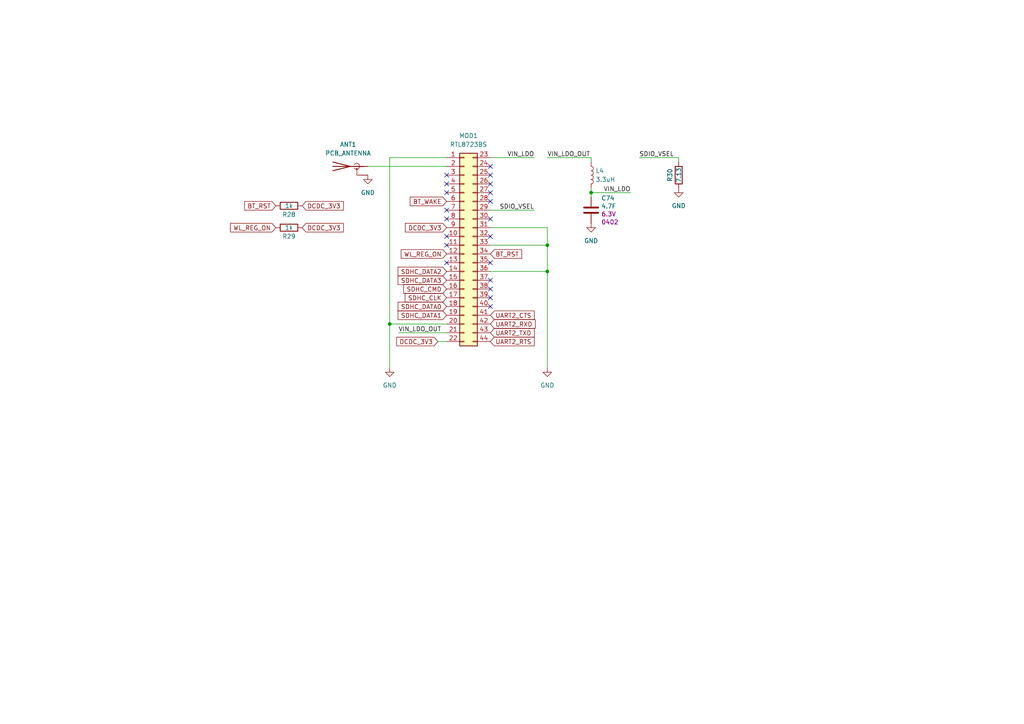
<source format=kicad_sch>
(kicad_sch (version 20211123) (generator eeschema)
  (paper "A4")
  (lib_symbols
    (symbol "Connector_Generic:Conn_02x22_Top_Bottom" (pin_names (offset 1.016) hide)
      (property "Reference" "J" (at 1.27 27.94 0))
      (property "Value" "Conn_02x22_Top_Bottom" (at 1.27 -30.48 0))
      (symbol "Conn_02x22_Top_Bottom_1_1"
        (rectangle (start -1.27 -27.813) (end 0 -28.067) (stroke (width 0.1524)))
        (rectangle (start -1.27 -25.273) (end 0 -25.527) (stroke (width 0.1524)))
        (rectangle (start -1.27 -22.733) (end 0 -22.987) (stroke (width 0.1524)))
        (rectangle (start -1.27 -20.193) (end 0 -20.447) (stroke (width 0.1524)))
        (rectangle (start -1.27 -17.653) (end 0 -17.907) (stroke (width 0.1524)))
        (rectangle (start -1.27 -15.113) (end 0 -15.367) (stroke (width 0.1524)))
        (rectangle (start -1.27 -12.573) (end 0 -12.827) (stroke (width 0.1524)))
        (rectangle (start -1.27 -10.033) (end 0 -10.287) (stroke (width 0.1524)))
        (rectangle (start -1.27 -7.493) (end 0 -7.747) (stroke (width 0.1524)))
        (rectangle (start -1.27 -4.953) (end 0 -5.207) (stroke (width 0.1524)))
        (rectangle (start -1.27 -2.413) (end 0 -2.667) (stroke (width 0.1524)))
        (rectangle (start -1.27 0.127) (end 0 -0.127) (stroke (width 0.1524)))
        (rectangle (start -1.27 2.667) (end 0 2.413) (stroke (width 0.1524)))
        (rectangle (start -1.27 5.207) (end 0 4.953) (stroke (width 0.1524)))
        (rectangle (start -1.27 7.747) (end 0 7.493) (stroke (width 0.1524)))
        (rectangle (start -1.27 10.287) (end 0 10.033) (stroke (width 0.1524)))
        (rectangle (start -1.27 12.827) (end 0 12.573) (stroke (width 0.1524)))
        (rectangle (start -1.27 15.367) (end 0 15.113) (stroke (width 0.1524)))
        (rectangle (start -1.27 17.907) (end 0 17.653) (stroke (width 0.1524)))
        (rectangle (start -1.27 20.447) (end 0 20.193) (stroke (width 0.1524)))
        (rectangle (start -1.27 22.987) (end 0 22.733) (stroke (width 0.1524)))
        (rectangle (start -1.27 25.527) (end 0 25.273) (stroke (width 0.1524)))
        (rectangle (start -1.27 26.67) (end 3.81 -29.21) (stroke (width 0.254)) (fill (type background)))
        (rectangle (start 3.81 -27.813) (end 2.54 -28.067) (stroke (width 0.1524)))
        (rectangle (start 3.81 -25.273) (end 2.54 -25.527) (stroke (width 0.1524)))
        (rectangle (start 3.81 -22.733) (end 2.54 -22.987) (stroke (width 0.1524)))
        (rectangle (start 3.81 -20.193) (end 2.54 -20.447) (stroke (width 0.1524)))
        (rectangle (start 3.81 -17.653) (end 2.54 -17.907) (stroke (width 0.1524)))
        (rectangle (start 3.81 -15.113) (end 2.54 -15.367) (stroke (width 0.1524)))
        (rectangle (start 3.81 -12.573) (end 2.54 -12.827) (stroke (width 0.1524)))
        (rectangle (start 3.81 -10.033) (end 2.54 -10.287) (stroke (width 0.1524)))
        (rectangle (start 3.81 -7.493) (end 2.54 -7.747) (stroke (width 0.1524)))
        (rectangle (start 3.81 -4.953) (end 2.54 -5.207) (stroke (width 0.1524)))
        (rectangle (start 3.81 -2.413) (end 2.54 -2.667) (stroke (width 0.1524)))
        (rectangle (start 3.81 0.127) (end 2.54 -0.127) (stroke (width 0.1524)))
        (rectangle (start 3.81 2.667) (end 2.54 2.413) (stroke (width 0.1524)))
        (rectangle (start 3.81 5.207) (end 2.54 4.953) (stroke (width 0.1524)))
        (rectangle (start 3.81 7.747) (end 2.54 7.493) (stroke (width 0.1524)))
        (rectangle (start 3.81 10.287) (end 2.54 10.033) (stroke (width 0.1524)))
        (rectangle (start 3.81 12.827) (end 2.54 12.573) (stroke (width 0.1524)))
        (rectangle (start 3.81 15.367) (end 2.54 15.113) (stroke (width 0.1524)))
        (rectangle (start 3.81 17.907) (end 2.54 17.653) (stroke (width 0.1524)))
        (rectangle (start 3.81 20.447) (end 2.54 20.193) (stroke (width 0.1524)))
        (rectangle (start 3.81 22.987) (end 2.54 22.733) (stroke (width 0.1524)))
        (rectangle (start 3.81 25.527) (end 2.54 25.273) (stroke (width 0.1524)))
        (pin passive line (at -5.08 25.4 0) (length 3.81) (name "Pin_1") (number "1"))
        (pin passive line (at -5.08 2.54 0) (length 3.81) (name "Pin_10") (number "10"))
        (pin passive line (at -5.08 0 0) (length 3.81) (name "Pin_11") (number "11"))
        (pin passive line (at -5.08 -2.54 0) (length 3.81) (name "Pin_12") (number "12"))
        (pin passive line (at -5.08 -5.08 0) (length 3.81) (name "Pin_13") (number "13"))
        (pin passive line (at -5.08 -7.62 0) (length 3.81) (name "Pin_14") (number "14"))
        (pin passive line (at -5.08 -10.16 0) (length 3.81) (name "Pin_15") (number "15"))
        (pin passive line (at -5.08 -12.7 0) (length 3.81) (name "Pin_16") (number "16"))
        (pin passive line (at -5.08 -15.24 0) (length 3.81) (name "Pin_17") (number "17"))
        (pin passive line (at -5.08 -17.78 0) (length 3.81) (name "Pin_18") (number "18"))
        (pin passive line (at -5.08 -20.32 0) (length 3.81) (name "Pin_19") (number "19"))
        (pin passive line (at -5.08 22.86 0) (length 3.81) (name "Pin_2") (number "2"))
        (pin passive line (at -5.08 -22.86 0) (length 3.81) (name "Pin_20") (number "20"))
        (pin passive line (at -5.08 -25.4 0) (length 3.81) (name "Pin_21") (number "21"))
        (pin passive line (at -5.08 -27.94 0) (length 3.81) (name "Pin_22") (number "22"))
        (pin passive line (at 7.62 25.4 180) (length 3.81) (name "Pin_23") (number "23"))
        (pin passive line (at 7.62 22.86 180) (length 3.81) (name "Pin_24") (number "24"))
        (pin passive line (at 7.62 20.32 180) (length 3.81) (name "Pin_25") (number "25"))
        (pin passive line (at 7.62 17.78 180) (length 3.81) (name "Pin_26") (number "26"))
        (pin passive line (at 7.62 15.24 180) (length 3.81) (name "Pin_27") (number "27"))
        (pin passive line (at 7.62 12.7 180) (length 3.81) (name "Pin_28") (number "28"))
        (pin passive line (at 7.62 10.16 180) (length 3.81) (name "Pin_29") (number "29"))
        (pin passive line (at -5.08 20.32 0) (length 3.81) (name "Pin_3") (number "3"))
        (pin passive line (at 7.62 7.62 180) (length 3.81) (name "Pin_30") (number "30"))
        (pin passive line (at 7.62 5.08 180) (length 3.81) (name "Pin_31") (number "31"))
        (pin passive line (at 7.62 2.54 180) (length 3.81) (name "Pin_32") (number "32"))
        (pin passive line (at 7.62 0 180) (length 3.81) (name "Pin_33") (number "33"))
        (pin passive line (at 7.62 -2.54 180) (length 3.81) (name "Pin_34") (number "34"))
        (pin passive line (at 7.62 -5.08 180) (length 3.81) (name "Pin_35") (number "35"))
        (pin passive line (at 7.62 -7.62 180) (length 3.81) (name "Pin_36") (number "36"))
        (pin passive line (at 7.62 -10.16 180) (length 3.81) (name "Pin_37") (number "37"))
        (pin passive line (at 7.62 -12.7 180) (length 3.81) (name "Pin_38") (number "38"))
        (pin passive line (at 7.62 -15.24 180) (length 3.81) (name "Pin_39") (number "39"))
        (pin passive line (at -5.08 17.78 0) (length 3.81) (name "Pin_4") (number "4"))
        (pin passive line (at 7.62 -17.78 180) (length 3.81) (name "Pin_40") (number "40"))
        (pin passive line (at 7.62 -20.32 180) (length 3.81) (name "Pin_41") (number "41"))
        (pin passive line (at 7.62 -22.86 180) (length 3.81) (name "Pin_42") (number "42"))
        (pin passive line (at 7.62 -25.4 180) (length 3.81) (name "Pin_43") (number "43"))
        (pin passive line (at 7.62 -27.94 180) (length 3.81) (name "Pin_44") (number "44"))
        (pin passive line (at -5.08 15.24 0) (length 3.81) (name "Pin_5") (number "5"))
        (pin passive line (at -5.08 12.7 0) (length 3.81) (name "Pin_6") (number "6"))
        (pin passive line (at -5.08 10.16 0) (length 3.81) (name "Pin_7") (number "7"))
        (pin passive line (at -5.08 7.62 0) (length 3.81) (name "Pin_8") (number "8"))
        (pin passive line (at -5.08 5.08 0) (length 3.81) (name "Pin_9") (number "9"))
      )
    )
    (symbol "Device:Antenna_Shield" (pin_numbers hide) (pin_names (offset 1.016) hide)
      (property "Reference" "AE" (at -1.905 4.445 0))
      (property "Value" "Antenna_Shield" (at -1.905 2.54 0))
      (symbol "Antenna_Shield_0_1"
        (arc (start -0.508 -1.143) (mid -0.8485 -2.1032) (end 0 -2.667))
        (arc (start 0 -2.667) (mid 0.8047 -2.0885) (end 0.508 -1.143))
        (polyline (pts (xy 0 -2.54) (xy 0 0)))
        (polyline (pts (xy 0 5.08) (xy 0 -3.81)) (stroke (width 0.254)))
        (polyline (pts (xy 0.762 -1.905) (xy 2.54 -1.905)))
        (polyline (pts (xy 2.54 -2.54) (xy 2.54 -1.905)))
        (polyline (pts (xy 1.27 5.08) (xy 0 0) (xy -1.27 5.08)) (stroke (width 0.254)))
        (circle (center 0.762 -1.905) (radius 0.1778) (fill (type outline)))
      )
      (symbol "Antenna_Shield_1_1"
        (pin input line (at 0 -5.08 90) (length 2.54) (name "A") (number "1"))
        (pin input line (at 2.54 -5.08 90) (length 2.54) (name "Shield") (number "2"))
      )
    )
    (symbol "Device:C" (pin_numbers hide) (pin_names (offset 0.254))
      (property "Reference" "C" (at 0.635 2.54 0))
      (property "Value" "C" (at 0.635 -2.54 0))
      (symbol "C_0_1"
        (polyline (pts (xy -2.032 -0.762) (xy 2.032 -0.762)) (stroke (width 0.508)))
        (polyline (pts (xy -2.032 0.762) (xy 2.032 0.762)) (stroke (width 0.508)))
      )
      (symbol "C_1_1"
        (pin passive line (at 0 3.81 270) (length 2.794) (name "~") (number "1"))
        (pin passive line (at 0 -3.81 90) (length 2.794) (name "~") (number "2"))
      )
    )
    (symbol "Device:L" (pin_numbers hide) (pin_names (offset 1.016) hide)
      (property "Reference" "L" (at -1.27 0 90))
      (property "Value" "L" (at 1.905 0 90))
      (symbol "L_0_1"
        (arc (start 0 -2.54) (mid 0.635 -1.905) (end 0 -1.27))
        (arc (start 0 -1.27) (mid 0.635 -0.635) (end 0 0))
        (arc (start 0 0) (mid 0.635 0.635) (end 0 1.27))
        (arc (start 0 1.27) (mid 0.635 1.905) (end 0 2.54))
      )
      (symbol "L_1_1"
        (pin passive line (at 0 3.81 270) (length 1.27) (name "1") (number "1"))
        (pin passive line (at 0 -3.81 90) (length 1.27) (name "2") (number "2"))
      )
    )
    (symbol "nano-rescue:R" (pin_numbers hide) (pin_names (offset 0))
      (property "Reference" "R" (at 2.032 0 90))
      (property "Value" "R" (at 0 0 90))
      (symbol "R_0_1"
        (rectangle (start -1.016 -2.54) (end 1.016 2.54) (stroke (width 0.254)))
      )
      (symbol "R_1_1"
        (pin passive line (at 0 3.81 270) (length 1.27) (name "~") (number "1"))
        (pin passive line (at 0 -3.81 90) (length 1.27) (name "~") (number "2"))
      )
    )
    (symbol "power:GND" (power) (pin_names (offset 0))
      (property "Value" "GND" (at 0 -3.81 0))
      (symbol "GND_0_1"
        (polyline (pts (xy 0 0) (xy 0 -1.27) (xy 1.27 -1.27) (xy 0 -2.54) (xy -1.27 -1.27) (xy 0 -1.27)))
      )
      (symbol "GND_1_1"
        (pin power_in line (at 0 0 270) (length 0) hide (name "GND") (number "1"))
      )
    )
  )
  (junction (at 158.75 78.74))
  (junction (at 113.03 93.98))
  (junction (at 171.45 55.88))
  (junction (at 158.75 71.12))
  (no_connect (at 142.24 55.88))
  (no_connect (at 142.24 63.5))
  (no_connect (at 142.24 88.9))
  (no_connect (at 129.54 68.58))
  (no_connect (at 129.54 71.12))
  (no_connect (at 129.54 63.5))
  (no_connect (at 142.24 48.26))
  (no_connect (at 142.24 50.8))
  (no_connect (at 142.24 53.34))
  (no_connect (at 142.24 68.58))
  (no_connect (at 129.54 53.34))
  (no_connect (at 142.24 86.36))
  (no_connect (at 129.54 50.8))
  (no_connect (at 129.54 55.88))
  (no_connect (at 142.24 58.42))
  (no_connect (at 142.24 76.2))
  (no_connect (at 129.54 76.2))
  (no_connect (at 129.54 60.96))
  (no_connect (at 142.24 81.28))
  (no_connect (at 142.24 83.82))
  (wire (pts (xy 158.75 78.74) (xy 142.24 78.74)))
  (wire (pts (xy 171.45 45.72) (xy 171.45 46.99)))
  (wire (pts (xy 106.68 48.26) (xy 129.54 48.26)))
  (wire (pts (xy 129.54 93.98) (xy 113.03 93.98)))
  (wire (pts (xy 158.75 45.72) (xy 171.45 45.72)))
  (wire (pts (xy 171.45 55.88) (xy 182.88 55.88)))
  (wire (pts (xy 127 99.06) (xy 129.54 99.06)))
  (wire (pts (xy 158.75 71.12) (xy 142.24 71.12)))
  (wire (pts (xy 115.57 96.52) (xy 129.54 96.52)))
  (wire (pts (xy 171.45 54.61) (xy 171.45 55.88)))
  (wire (pts (xy 158.75 78.74) (xy 158.75 106.68)))
  (wire (pts (xy 196.85 45.72) (xy 196.85 46.99)))
  (wire (pts (xy 142.24 60.96) (xy 154.94 60.96)))
  (wire (pts (xy 113.03 45.72) (xy 113.03 93.98)))
  (wire (pts (xy 185.42 45.72) (xy 196.85 45.72)))
  (wire (pts (xy 142.24 45.72) (xy 154.94 45.72)))
  (wire (pts (xy 171.45 55.88) (xy 171.45 57.15)))
  (wire (pts (xy 158.75 71.12) (xy 158.75 78.74)))
  (wire (pts (xy 158.75 66.04) (xy 142.24 66.04)))
  (wire (pts (xy 113.03 93.98) (xy 113.03 106.68)))
  (wire (pts (xy 158.75 66.04) (xy 158.75 71.12)))
  (wire (pts (xy 129.54 45.72) (xy 113.03 45.72)))
  (label "VIN_LDO" (at 182.88 55.88 180))
  (label "SDIO_VSEL" (at 185.42 45.72 0))
  (label "VIN_LDO_OUT" (at 158.75 45.72 0))
  (label "SDIO_VSEL" (at 154.94 60.96 180))
  (label "VIN_LDO" (at 154.94 45.72 180))
  (label "VIN_LDO_OUT" (at 115.57 96.52 0))
  (global_label "BT_WAKE" (shape input) (at 129.54 58.42 180) (property "Intersheet References" "${INTERSHEET_REFS}" (effects hide)))
  (global_label "WL_REG_ON" (shape input) (at 80.01 66.04 180) (property "Intersheet References" "${INTERSHEET_REFS}" (effects hide)))
  (global_label "DCDC_3V3" (shape input) (at 129.54 66.04 180) (property "Intersheet References" "${INTERSHEET_REFS}" (effects hide)))
  (global_label "DCDC_3V3" (shape input) (at 87.63 66.04 0) (property "Intersheet References" "${INTERSHEET_REFS}" (effects hide)))
  (global_label "SDHC_DATA0" (shape input) (at 129.54 88.9 180) (property "Intersheet References" "${INTERSHEET_REFS}" (effects hide)))
  (global_label "SDHC_CMD" (shape input) (at 129.54 83.82 180) (property "Intersheet References" "${INTERSHEET_REFS}" (effects hide)))
  (global_label "UART2_TXD" (shape input) (at 142.24 96.52 0) (property "Intersheet References" "${INTERSHEET_REFS}" (effects hide)))
  (global_label "BT_RST" (shape input) (at 80.01 59.69 180) (property "Intersheet References" "${INTERSHEET_REFS}" (effects hide)))
  (global_label "DCDC_3V3" (shape input) (at 87.63 59.69 0) (property "Intersheet References" "${INTERSHEET_REFS}" (effects hide)))
  (global_label "UART2_CTS" (shape input) (at 142.24 91.44 0) (property "Intersheet References" "${INTERSHEET_REFS}" (effects hide)))
  (global_label "BT_RST" (shape input) (at 142.24 73.66 0) (property "Intersheet References" "${INTERSHEET_REFS}" (effects hide)))
  (global_label "SDHC_DATA2" (shape input) (at 129.54 78.74 180) (property "Intersheet References" "${INTERSHEET_REFS}" (effects hide)))
  (global_label "DCDC_3V3" (shape input) (at 127 99.06 180) (property "Intersheet References" "${INTERSHEET_REFS}" (effects hide)))
  (global_label "UART2_RTS" (shape input) (at 142.24 99.06 0) (property "Intersheet References" "${INTERSHEET_REFS}" (effects hide)))
  (global_label "SDHC_CLK" (shape input) (at 129.54 86.36 180) (property "Intersheet References" "${INTERSHEET_REFS}" (effects hide)))
  (global_label "SDHC_DATA1" (shape input) (at 129.54 91.44 180) (property "Intersheet References" "${INTERSHEET_REFS}" (effects hide)))
  (global_label "WL_REG_ON" (shape input) (at 129.54 73.66 180) (property "Intersheet References" "${INTERSHEET_REFS}" (effects hide)))
  (global_label "SDHC_DATA3" (shape input) (at 129.54 81.28 180) (property "Intersheet References" "${INTERSHEET_REFS}" (effects hide)))
  (global_label "UART2_RXD" (shape input) (at 142.24 93.98 0) (property "Intersheet References" "${INTERSHEET_REFS}" (effects hide)))
  (symbol (lib_id "nano-rescue:R") (at 83.82 66.04 270) (mirror x) (unit 1)
    (property "Reference" "R29" (at 83.82 68.58 90))
    (property "Value" "1k" (at 83.82 66.04 90))
    (property "Footprint" "Custom Components:R_0402_narrow" (effects hide))
    (property "DESCRIPTION" "RES 1K OHM 5% 1/10W 0402" (effects hide))
    (property "PACKAGE" "0402" (effects hide))
  )
  (symbol (lib_id "nano-rescue:R") (at 83.82 59.69 270) (mirror x) (unit 1)
    (property "Reference" "R28" (at 83.82 62.23 90))
    (property "Value" "1k" (at 83.82 59.69 90))
    (property "Footprint" "Custom Components:R_0402_narrow" (effects hide))
    (property "DESCRIPTION" "RES 1K OHM 5% 1/10W 0402" (effects hide))
    (property "PACKAGE" "0402" (effects hide))
  )
  (symbol (lib_id "power:GND") (at 196.85 54.61 0) (unit 1)
    (property "Reference" "#PWR0111" (effects hide))
    (property "Value" "GND" (at 196.85 59.69 0))
  )
  (symbol (lib_id "Device:Antenna_Shield") (at 101.6 48.26 90) (mirror x) (unit 1)
    (property "Reference" "ANT1" (at 100.965 41.91 90))
    (property "Value" "PCB_ANTENNA" (at 100.965 44.45 90))
    (property "Footprint" "RF_Antenna:Texas_SWRA117D_2.4GHz_Left" (effects hide))
    (property "DNP" "DNP" (effects hide))
  )
  (symbol (lib_id "Device:C") (at 171.45 60.96 0) (unit 1)
    (property "Reference" "C74" (at 174.371 57.4802 0) (effects (justify left)))
    (property "Value" "4.7F" (at 174.371 59.7916 0) (effects (justify left)))
    (property "Footprint" "Custom Components:C_0402_narrow" (effects hide))
    (property "Voltage" "6.3V" (at 174.371 62.103 0) (effects (justify left)))
    (property "SMD size" "0402" (at 174.371 64.4144 0) (effects (justify left)))
    (property "PACKAGE" "0402" (effects hide))
  )
  (symbol (lib_id "Device:L") (at 171.45 50.8 0) (unit 1)
    (property "Reference" "L4" (at 172.72 49.5299 0) (effects (justify left)))
    (property "Value" "3.3uH" (at 172.72 52.0699 0) (effects (justify left)))
    (property "Footprint" "Inductor_SMD:L_01005_0402Metric_Pad0.57x0.30mm_HandSolder" (effects hide))
    (property "LCSC" "C51725" (effects hide))
    (property "MPN" "SDFL2012Q3R3KTF" (effects hide))
    (property "DESCRIPTION" "FIXED IND 3.3UH 10MA 2.7 OHM SMD" (effects hide))
    (property "PACKAGE" "04020" (effects hide))
  )
  (symbol (lib_id "Connector_Generic:Conn_02x22_Top_Bottom") (at 134.62 71.12 0) (unit 1)
    (property "Reference" "MOD1" (at 135.89 39.37 0))
    (property "Value" "RTL8723BS" (at 135.89 41.91 0))
    (property "Footprint" "Custom Components:RL-SM02BD(RTL8723BS)" (effects hide))
    (property "DNP" "DNP" (effects hide))
  )
  (symbol (lib_id "power:GND") (at 171.45 64.77 0) (unit 1)
    (property "Reference" "#PWR0112" (effects hide))
    (property "Value" "GND" (at 171.45 69.85 0))
  )
  (symbol (lib_id "nano-rescue:R") (at 196.85 50.8 0) (mirror x) (unit 1)
    (property "Reference" "R30" (at 194.31 50.8 90))
    (property "Value" "7.13" (at 196.85 50.8 90))
    (property "Footprint" "Custom Components:R_0402_narrow" (effects hide))
    (property "PACKAGE" "0402" (effects hide))
  )
  (symbol (lib_id "power:GND") (at 158.75 106.68 0) (unit 1)
    (property "Reference" "#PWR0115" (effects hide))
    (property "Value" "GND" (at 158.75 111.76 0))
  )
  (symbol (lib_id "power:GND") (at 106.68 50.8 0) (unit 1)
    (property "Reference" "#PWR0113" (effects hide))
    (property "Value" "GND" (at 106.68 55.88 0))
  )
  (symbol (lib_id "power:GND") (at 113.03 106.68 0) (unit 1)
    (property "Reference" "#PWR0114" (effects hide))
    (property "Value" "GND" (at 113.03 111.76 0))
  )
)
</source>
